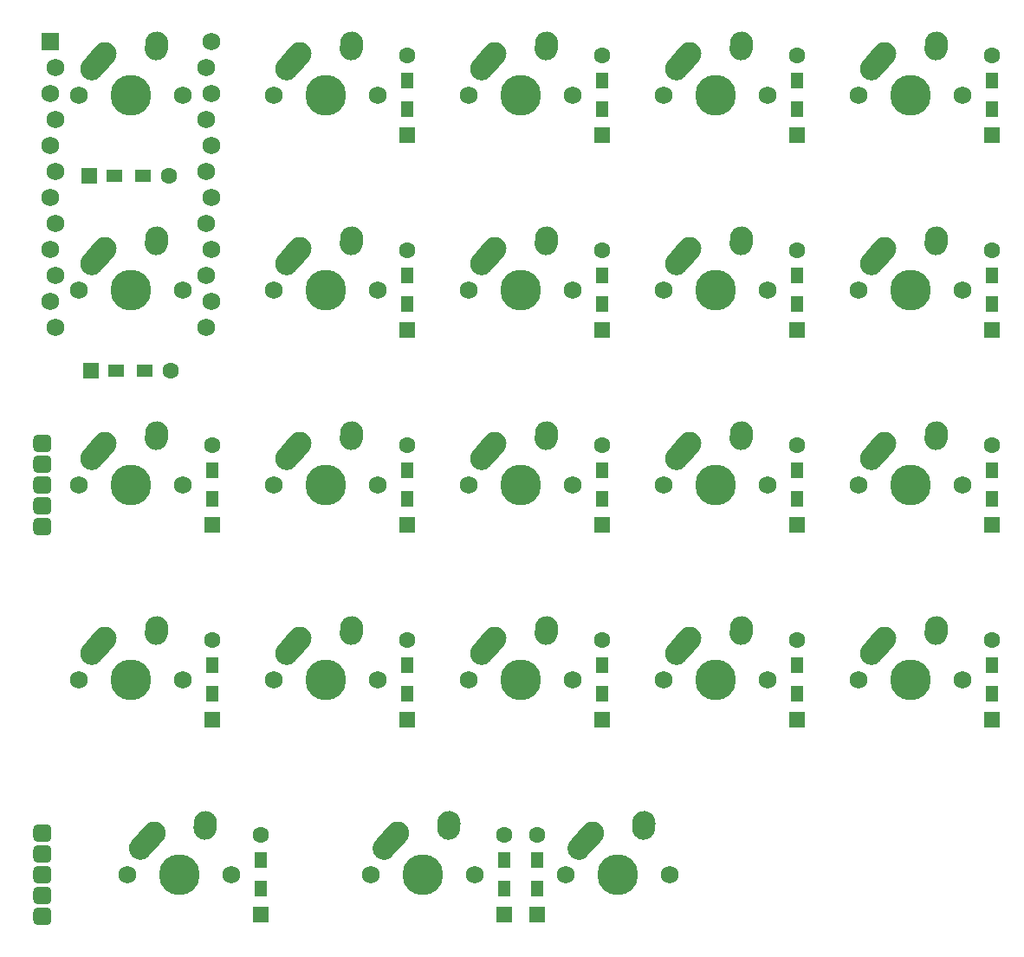
<source format=gbs>
%TF.GenerationSoftware,KiCad,Pcbnew,(5.1.12)-1*%
%TF.CreationDate,2022-01-07T17:35:06-05:00*%
%TF.ProjectId,center-gasket-2,63656e74-6572-42d6-9761-736b65742d32,rev?*%
%TF.SameCoordinates,Original*%
%TF.FileFunction,Soldermask,Bot*%
%TF.FilePolarity,Negative*%
%FSLAX46Y46*%
G04 Gerber Fmt 4.6, Leading zero omitted, Abs format (unit mm)*
G04 Created by KiCad (PCBNEW (5.1.12)-1) date 2022-01-07 17:35:06*
%MOMM*%
%LPD*%
G01*
G04 APERTURE LIST*
%ADD10C,2.250000*%
%ADD11C,3.987800*%
%ADD12C,1.750000*%
%ADD13C,1.752600*%
%ADD14R,1.752600X1.752600*%
%ADD15R,1.600000X1.600000*%
%ADD16C,1.600000*%
%ADD17R,1.200000X1.600000*%
%ADD18R,1.600000X1.200000*%
G04 APERTURE END LIST*
%TO.C,MX38*%
G36*
G01*
X90529733Y-113303645D02*
X90528847Y-113303584D01*
G75*
G02*
X89483916Y-112103847I77403J1122334D01*
G01*
X89523916Y-111523847D01*
G75*
G02*
X90723653Y-110478916I1122334J-77403D01*
G01*
X90723653Y-110478916D01*
G75*
G02*
X91768584Y-111678653I-77403J-1122334D01*
G01*
X91728584Y-112258653D01*
G75*
G02*
X90528847Y-113303584I-1122334J77403D01*
G01*
G37*
D10*
X90646250Y-111601250D03*
G36*
G01*
X83544938Y-114978600D02*
X83544933Y-114978595D01*
G75*
G02*
X83458905Y-113389933I751317J837345D01*
G01*
X84768907Y-111929933D01*
G75*
G02*
X86357569Y-111843905I837345J-751317D01*
G01*
X86357569Y-111843905D01*
G75*
G02*
X86443597Y-113432567I-751317J-837345D01*
G01*
X85133595Y-114892567D01*
G75*
G02*
X83544933Y-114978595I-837345J751317D01*
G01*
G37*
D11*
X88106250Y-116681250D03*
D10*
X85606250Y-112681250D03*
D12*
X83026250Y-116681250D03*
X93186250Y-116681250D03*
%TD*%
%TO.C,M2*%
G36*
G01*
X30968950Y-121215150D02*
X30968950Y-120338850D01*
G75*
G02*
X31407100Y-119900700I438150J0D01*
G01*
X32283400Y-119900700D01*
G75*
G02*
X32721550Y-120338850I0J-438150D01*
G01*
X32721550Y-121215150D01*
G75*
G02*
X32283400Y-121653300I-438150J0D01*
G01*
X31407100Y-121653300D01*
G75*
G02*
X30968950Y-121215150I0J438150D01*
G01*
G37*
G36*
G01*
X30968950Y-119183150D02*
X30968950Y-118306850D01*
G75*
G02*
X31407100Y-117868700I438150J0D01*
G01*
X32283400Y-117868700D01*
G75*
G02*
X32721550Y-118306850I0J-438150D01*
G01*
X32721550Y-119183150D01*
G75*
G02*
X32283400Y-119621300I-438150J0D01*
G01*
X31407100Y-119621300D01*
G75*
G02*
X30968950Y-119183150I0J438150D01*
G01*
G37*
G36*
G01*
X30968950Y-117151150D02*
X30968950Y-116274850D01*
G75*
G02*
X31407100Y-115836700I438150J0D01*
G01*
X32283400Y-115836700D01*
G75*
G02*
X32721550Y-116274850I0J-438150D01*
G01*
X32721550Y-117151150D01*
G75*
G02*
X32283400Y-117589300I-438150J0D01*
G01*
X31407100Y-117589300D01*
G75*
G02*
X30968950Y-117151150I0J438150D01*
G01*
G37*
G36*
G01*
X30968950Y-115119150D02*
X30968950Y-114242850D01*
G75*
G02*
X31407100Y-113804700I438150J0D01*
G01*
X32283400Y-113804700D01*
G75*
G02*
X32721550Y-114242850I0J-438150D01*
G01*
X32721550Y-115119150D01*
G75*
G02*
X32283400Y-115557300I-438150J0D01*
G01*
X31407100Y-115557300D01*
G75*
G02*
X30968950Y-115119150I0J438150D01*
G01*
G37*
G36*
G01*
X30968950Y-113087150D02*
X30968950Y-112210850D01*
G75*
G02*
X31407100Y-111772700I438150J0D01*
G01*
X32283400Y-111772700D01*
G75*
G02*
X32721550Y-112210850I0J-438150D01*
G01*
X32721550Y-113087150D01*
G75*
G02*
X32283400Y-113525300I-438150J0D01*
G01*
X31407100Y-113525300D01*
G75*
G02*
X30968950Y-113087150I0J438150D01*
G01*
G37*
%TD*%
%TO.C,M1*%
G36*
G01*
X30968950Y-74987150D02*
X30968950Y-74110850D01*
G75*
G02*
X31407100Y-73672700I438150J0D01*
G01*
X32283400Y-73672700D01*
G75*
G02*
X32721550Y-74110850I0J-438150D01*
G01*
X32721550Y-74987150D01*
G75*
G02*
X32283400Y-75425300I-438150J0D01*
G01*
X31407100Y-75425300D01*
G75*
G02*
X30968950Y-74987150I0J438150D01*
G01*
G37*
G36*
G01*
X30968950Y-77019150D02*
X30968950Y-76142850D01*
G75*
G02*
X31407100Y-75704700I438150J0D01*
G01*
X32283400Y-75704700D01*
G75*
G02*
X32721550Y-76142850I0J-438150D01*
G01*
X32721550Y-77019150D01*
G75*
G02*
X32283400Y-77457300I-438150J0D01*
G01*
X31407100Y-77457300D01*
G75*
G02*
X30968950Y-77019150I0J438150D01*
G01*
G37*
G36*
G01*
X30968950Y-79051150D02*
X30968950Y-78174850D01*
G75*
G02*
X31407100Y-77736700I438150J0D01*
G01*
X32283400Y-77736700D01*
G75*
G02*
X32721550Y-78174850I0J-438150D01*
G01*
X32721550Y-79051150D01*
G75*
G02*
X32283400Y-79489300I-438150J0D01*
G01*
X31407100Y-79489300D01*
G75*
G02*
X30968950Y-79051150I0J438150D01*
G01*
G37*
G36*
G01*
X30968950Y-81083150D02*
X30968950Y-80206850D01*
G75*
G02*
X31407100Y-79768700I438150J0D01*
G01*
X32283400Y-79768700D01*
G75*
G02*
X32721550Y-80206850I0J-438150D01*
G01*
X32721550Y-81083150D01*
G75*
G02*
X32283400Y-81521300I-438150J0D01*
G01*
X31407100Y-81521300D01*
G75*
G02*
X30968950Y-81083150I0J438150D01*
G01*
G37*
G36*
G01*
X30968950Y-83115150D02*
X30968950Y-82238850D01*
G75*
G02*
X31407100Y-81800700I438150J0D01*
G01*
X32283400Y-81800700D01*
G75*
G02*
X32721550Y-82238850I0J-438150D01*
G01*
X32721550Y-83115150D01*
G75*
G02*
X32283400Y-83553300I-438150J0D01*
G01*
X31407100Y-83553300D01*
G75*
G02*
X30968950Y-83115150I0J438150D01*
G01*
G37*
%TD*%
D13*
%TO.C,U1*%
X48329850Y-35242500D03*
X33089850Y-63182500D03*
X47872650Y-37782500D03*
X48329850Y-40322500D03*
X47872650Y-42862500D03*
X48329850Y-45402500D03*
X47872650Y-47942500D03*
X48329850Y-50482500D03*
X47872650Y-53022500D03*
X48329850Y-55562500D03*
X47872650Y-58102500D03*
X48329850Y-60642500D03*
X47872650Y-63182500D03*
X32632650Y-60642500D03*
X33089850Y-58102500D03*
X32632650Y-55562500D03*
X33089850Y-53022500D03*
X32632650Y-50482500D03*
X33089850Y-47942500D03*
X32632650Y-45402500D03*
X33089850Y-42862500D03*
X32632650Y-40322500D03*
X33089850Y-37782500D03*
D14*
X32632650Y-35242500D03*
%TD*%
%TO.C,MX25*%
G36*
G01*
X42904733Y-56153645D02*
X42903847Y-56153584D01*
G75*
G02*
X41858916Y-54953847I77403J1122334D01*
G01*
X41898916Y-54373847D01*
G75*
G02*
X43098653Y-53328916I1122334J-77403D01*
G01*
X43098653Y-53328916D01*
G75*
G02*
X44143584Y-54528653I-77403J-1122334D01*
G01*
X44103584Y-55108653D01*
G75*
G02*
X42903847Y-56153584I-1122334J77403D01*
G01*
G37*
D10*
X43021250Y-54451250D03*
G36*
G01*
X35919938Y-57828600D02*
X35919933Y-57828595D01*
G75*
G02*
X35833905Y-56239933I751317J837345D01*
G01*
X37143907Y-54779933D01*
G75*
G02*
X38732569Y-54693905I837345J-751317D01*
G01*
X38732569Y-54693905D01*
G75*
G02*
X38818597Y-56282567I-751317J-837345D01*
G01*
X37508595Y-57742567D01*
G75*
G02*
X35919933Y-57828595I-837345J751317D01*
G01*
G37*
D11*
X40481250Y-59531250D03*
D10*
X37981250Y-55531250D03*
D12*
X35401250Y-59531250D03*
X45561250Y-59531250D03*
%TD*%
%TO.C,MX28*%
G36*
G01*
X47667233Y-113303645D02*
X47666347Y-113303584D01*
G75*
G02*
X46621416Y-112103847I77403J1122334D01*
G01*
X46661416Y-111523847D01*
G75*
G02*
X47861153Y-110478916I1122334J-77403D01*
G01*
X47861153Y-110478916D01*
G75*
G02*
X48906084Y-111678653I-77403J-1122334D01*
G01*
X48866084Y-112258653D01*
G75*
G02*
X47666347Y-113303584I-1122334J77403D01*
G01*
G37*
D10*
X47783750Y-111601250D03*
G36*
G01*
X40682438Y-114978600D02*
X40682433Y-114978595D01*
G75*
G02*
X40596405Y-113389933I751317J837345D01*
G01*
X41906407Y-111929933D01*
G75*
G02*
X43495069Y-111843905I837345J-751317D01*
G01*
X43495069Y-111843905D01*
G75*
G02*
X43581097Y-113432567I-751317J-837345D01*
G01*
X42271095Y-114892567D01*
G75*
G02*
X40682433Y-114978595I-837345J751317D01*
G01*
G37*
D11*
X45243750Y-116681250D03*
D10*
X42743750Y-112681250D03*
D12*
X40163750Y-116681250D03*
X50323750Y-116681250D03*
%TD*%
%TO.C,MX46*%
G36*
G01*
X119104733Y-94253645D02*
X119103847Y-94253584D01*
G75*
G02*
X118058916Y-93053847I77403J1122334D01*
G01*
X118098916Y-92473847D01*
G75*
G02*
X119298653Y-91428916I1122334J-77403D01*
G01*
X119298653Y-91428916D01*
G75*
G02*
X120343584Y-92628653I-77403J-1122334D01*
G01*
X120303584Y-93208653D01*
G75*
G02*
X119103847Y-94253584I-1122334J77403D01*
G01*
G37*
D10*
X119221250Y-92551250D03*
G36*
G01*
X112119938Y-95928600D02*
X112119933Y-95928595D01*
G75*
G02*
X112033905Y-94339933I751317J837345D01*
G01*
X113343907Y-92879933D01*
G75*
G02*
X114932569Y-92793905I837345J-751317D01*
G01*
X114932569Y-92793905D01*
G75*
G02*
X115018597Y-94382567I-751317J-837345D01*
G01*
X113708595Y-95842567D01*
G75*
G02*
X112119933Y-95928595I-837345J751317D01*
G01*
G37*
D11*
X116681250Y-97631250D03*
D10*
X114181250Y-93631250D03*
D12*
X111601250Y-97631250D03*
X121761250Y-97631250D03*
%TD*%
%TO.C,MX45*%
G36*
G01*
X119104733Y-75203645D02*
X119103847Y-75203584D01*
G75*
G02*
X118058916Y-74003847I77403J1122334D01*
G01*
X118098916Y-73423847D01*
G75*
G02*
X119298653Y-72378916I1122334J-77403D01*
G01*
X119298653Y-72378916D01*
G75*
G02*
X120343584Y-73578653I-77403J-1122334D01*
G01*
X120303584Y-74158653D01*
G75*
G02*
X119103847Y-75203584I-1122334J77403D01*
G01*
G37*
D10*
X119221250Y-73501250D03*
G36*
G01*
X112119938Y-76878600D02*
X112119933Y-76878595D01*
G75*
G02*
X112033905Y-75289933I751317J837345D01*
G01*
X113343907Y-73829933D01*
G75*
G02*
X114932569Y-73743905I837345J-751317D01*
G01*
X114932569Y-73743905D01*
G75*
G02*
X115018597Y-75332567I-751317J-837345D01*
G01*
X113708595Y-76792567D01*
G75*
G02*
X112119933Y-76878595I-837345J751317D01*
G01*
G37*
D11*
X116681250Y-78581250D03*
D10*
X114181250Y-74581250D03*
D12*
X111601250Y-78581250D03*
X121761250Y-78581250D03*
%TD*%
%TO.C,MX44*%
G36*
G01*
X119104733Y-56153645D02*
X119103847Y-56153584D01*
G75*
G02*
X118058916Y-54953847I77403J1122334D01*
G01*
X118098916Y-54373847D01*
G75*
G02*
X119298653Y-53328916I1122334J-77403D01*
G01*
X119298653Y-53328916D01*
G75*
G02*
X120343584Y-54528653I-77403J-1122334D01*
G01*
X120303584Y-55108653D01*
G75*
G02*
X119103847Y-56153584I-1122334J77403D01*
G01*
G37*
D10*
X119221250Y-54451250D03*
G36*
G01*
X112119938Y-57828600D02*
X112119933Y-57828595D01*
G75*
G02*
X112033905Y-56239933I751317J837345D01*
G01*
X113343907Y-54779933D01*
G75*
G02*
X114932569Y-54693905I837345J-751317D01*
G01*
X114932569Y-54693905D01*
G75*
G02*
X115018597Y-56282567I-751317J-837345D01*
G01*
X113708595Y-57742567D01*
G75*
G02*
X112119933Y-57828595I-837345J751317D01*
G01*
G37*
D11*
X116681250Y-59531250D03*
D10*
X114181250Y-55531250D03*
D12*
X111601250Y-59531250D03*
X121761250Y-59531250D03*
%TD*%
%TO.C,MX43*%
G36*
G01*
X119104733Y-37103645D02*
X119103847Y-37103584D01*
G75*
G02*
X118058916Y-35903847I77403J1122334D01*
G01*
X118098916Y-35323847D01*
G75*
G02*
X119298653Y-34278916I1122334J-77403D01*
G01*
X119298653Y-34278916D01*
G75*
G02*
X120343584Y-35478653I-77403J-1122334D01*
G01*
X120303584Y-36058653D01*
G75*
G02*
X119103847Y-37103584I-1122334J77403D01*
G01*
G37*
D10*
X119221250Y-35401250D03*
G36*
G01*
X112119938Y-38778600D02*
X112119933Y-38778595D01*
G75*
G02*
X112033905Y-37189933I751317J837345D01*
G01*
X113343907Y-35729933D01*
G75*
G02*
X114932569Y-35643905I837345J-751317D01*
G01*
X114932569Y-35643905D01*
G75*
G02*
X115018597Y-37232567I-751317J-837345D01*
G01*
X113708595Y-38692567D01*
G75*
G02*
X112119933Y-38778595I-837345J751317D01*
G01*
G37*
D11*
X116681250Y-40481250D03*
D10*
X114181250Y-36481250D03*
D12*
X111601250Y-40481250D03*
X121761250Y-40481250D03*
%TD*%
%TO.C,MX42*%
G36*
G01*
X100054733Y-94253645D02*
X100053847Y-94253584D01*
G75*
G02*
X99008916Y-93053847I77403J1122334D01*
G01*
X99048916Y-92473847D01*
G75*
G02*
X100248653Y-91428916I1122334J-77403D01*
G01*
X100248653Y-91428916D01*
G75*
G02*
X101293584Y-92628653I-77403J-1122334D01*
G01*
X101253584Y-93208653D01*
G75*
G02*
X100053847Y-94253584I-1122334J77403D01*
G01*
G37*
D10*
X100171250Y-92551250D03*
G36*
G01*
X93069938Y-95928600D02*
X93069933Y-95928595D01*
G75*
G02*
X92983905Y-94339933I751317J837345D01*
G01*
X94293907Y-92879933D01*
G75*
G02*
X95882569Y-92793905I837345J-751317D01*
G01*
X95882569Y-92793905D01*
G75*
G02*
X95968597Y-94382567I-751317J-837345D01*
G01*
X94658595Y-95842567D01*
G75*
G02*
X93069933Y-95928595I-837345J751317D01*
G01*
G37*
D11*
X97631250Y-97631250D03*
D10*
X95131250Y-93631250D03*
D12*
X92551250Y-97631250D03*
X102711250Y-97631250D03*
%TD*%
%TO.C,MX41*%
G36*
G01*
X100054733Y-75203645D02*
X100053847Y-75203584D01*
G75*
G02*
X99008916Y-74003847I77403J1122334D01*
G01*
X99048916Y-73423847D01*
G75*
G02*
X100248653Y-72378916I1122334J-77403D01*
G01*
X100248653Y-72378916D01*
G75*
G02*
X101293584Y-73578653I-77403J-1122334D01*
G01*
X101253584Y-74158653D01*
G75*
G02*
X100053847Y-75203584I-1122334J77403D01*
G01*
G37*
D10*
X100171250Y-73501250D03*
G36*
G01*
X93069938Y-76878600D02*
X93069933Y-76878595D01*
G75*
G02*
X92983905Y-75289933I751317J837345D01*
G01*
X94293907Y-73829933D01*
G75*
G02*
X95882569Y-73743905I837345J-751317D01*
G01*
X95882569Y-73743905D01*
G75*
G02*
X95968597Y-75332567I-751317J-837345D01*
G01*
X94658595Y-76792567D01*
G75*
G02*
X93069933Y-76878595I-837345J751317D01*
G01*
G37*
D11*
X97631250Y-78581250D03*
D10*
X95131250Y-74581250D03*
D12*
X92551250Y-78581250D03*
X102711250Y-78581250D03*
%TD*%
%TO.C,MX40*%
G36*
G01*
X100054733Y-56153645D02*
X100053847Y-56153584D01*
G75*
G02*
X99008916Y-54953847I77403J1122334D01*
G01*
X99048916Y-54373847D01*
G75*
G02*
X100248653Y-53328916I1122334J-77403D01*
G01*
X100248653Y-53328916D01*
G75*
G02*
X101293584Y-54528653I-77403J-1122334D01*
G01*
X101253584Y-55108653D01*
G75*
G02*
X100053847Y-56153584I-1122334J77403D01*
G01*
G37*
D10*
X100171250Y-54451250D03*
G36*
G01*
X93069938Y-57828600D02*
X93069933Y-57828595D01*
G75*
G02*
X92983905Y-56239933I751317J837345D01*
G01*
X94293907Y-54779933D01*
G75*
G02*
X95882569Y-54693905I837345J-751317D01*
G01*
X95882569Y-54693905D01*
G75*
G02*
X95968597Y-56282567I-751317J-837345D01*
G01*
X94658595Y-57742567D01*
G75*
G02*
X93069933Y-57828595I-837345J751317D01*
G01*
G37*
D11*
X97631250Y-59531250D03*
D10*
X95131250Y-55531250D03*
D12*
X92551250Y-59531250D03*
X102711250Y-59531250D03*
%TD*%
%TO.C,MX39*%
G36*
G01*
X100054733Y-37103645D02*
X100053847Y-37103584D01*
G75*
G02*
X99008916Y-35903847I77403J1122334D01*
G01*
X99048916Y-35323847D01*
G75*
G02*
X100248653Y-34278916I1122334J-77403D01*
G01*
X100248653Y-34278916D01*
G75*
G02*
X101293584Y-35478653I-77403J-1122334D01*
G01*
X101253584Y-36058653D01*
G75*
G02*
X100053847Y-37103584I-1122334J77403D01*
G01*
G37*
D10*
X100171250Y-35401250D03*
G36*
G01*
X93069938Y-38778600D02*
X93069933Y-38778595D01*
G75*
G02*
X92983905Y-37189933I751317J837345D01*
G01*
X94293907Y-35729933D01*
G75*
G02*
X95882569Y-35643905I837345J-751317D01*
G01*
X95882569Y-35643905D01*
G75*
G02*
X95968597Y-37232567I-751317J-837345D01*
G01*
X94658595Y-38692567D01*
G75*
G02*
X93069933Y-38778595I-837345J751317D01*
G01*
G37*
D11*
X97631250Y-40481250D03*
D10*
X95131250Y-36481250D03*
D12*
X92551250Y-40481250D03*
X102711250Y-40481250D03*
%TD*%
%TO.C,MX37*%
G36*
G01*
X81004733Y-94253645D02*
X81003847Y-94253584D01*
G75*
G02*
X79958916Y-93053847I77403J1122334D01*
G01*
X79998916Y-92473847D01*
G75*
G02*
X81198653Y-91428916I1122334J-77403D01*
G01*
X81198653Y-91428916D01*
G75*
G02*
X82243584Y-92628653I-77403J-1122334D01*
G01*
X82203584Y-93208653D01*
G75*
G02*
X81003847Y-94253584I-1122334J77403D01*
G01*
G37*
D10*
X81121250Y-92551250D03*
G36*
G01*
X74019938Y-95928600D02*
X74019933Y-95928595D01*
G75*
G02*
X73933905Y-94339933I751317J837345D01*
G01*
X75243907Y-92879933D01*
G75*
G02*
X76832569Y-92793905I837345J-751317D01*
G01*
X76832569Y-92793905D01*
G75*
G02*
X76918597Y-94382567I-751317J-837345D01*
G01*
X75608595Y-95842567D01*
G75*
G02*
X74019933Y-95928595I-837345J751317D01*
G01*
G37*
D11*
X78581250Y-97631250D03*
D10*
X76081250Y-93631250D03*
D12*
X73501250Y-97631250D03*
X83661250Y-97631250D03*
%TD*%
%TO.C,MX36*%
G36*
G01*
X81004733Y-75203645D02*
X81003847Y-75203584D01*
G75*
G02*
X79958916Y-74003847I77403J1122334D01*
G01*
X79998916Y-73423847D01*
G75*
G02*
X81198653Y-72378916I1122334J-77403D01*
G01*
X81198653Y-72378916D01*
G75*
G02*
X82243584Y-73578653I-77403J-1122334D01*
G01*
X82203584Y-74158653D01*
G75*
G02*
X81003847Y-75203584I-1122334J77403D01*
G01*
G37*
D10*
X81121250Y-73501250D03*
G36*
G01*
X74019938Y-76878600D02*
X74019933Y-76878595D01*
G75*
G02*
X73933905Y-75289933I751317J837345D01*
G01*
X75243907Y-73829933D01*
G75*
G02*
X76832569Y-73743905I837345J-751317D01*
G01*
X76832569Y-73743905D01*
G75*
G02*
X76918597Y-75332567I-751317J-837345D01*
G01*
X75608595Y-76792567D01*
G75*
G02*
X74019933Y-76878595I-837345J751317D01*
G01*
G37*
D11*
X78581250Y-78581250D03*
D10*
X76081250Y-74581250D03*
D12*
X73501250Y-78581250D03*
X83661250Y-78581250D03*
%TD*%
%TO.C,MX35*%
G36*
G01*
X81004733Y-56153645D02*
X81003847Y-56153584D01*
G75*
G02*
X79958916Y-54953847I77403J1122334D01*
G01*
X79998916Y-54373847D01*
G75*
G02*
X81198653Y-53328916I1122334J-77403D01*
G01*
X81198653Y-53328916D01*
G75*
G02*
X82243584Y-54528653I-77403J-1122334D01*
G01*
X82203584Y-55108653D01*
G75*
G02*
X81003847Y-56153584I-1122334J77403D01*
G01*
G37*
D10*
X81121250Y-54451250D03*
G36*
G01*
X74019938Y-57828600D02*
X74019933Y-57828595D01*
G75*
G02*
X73933905Y-56239933I751317J837345D01*
G01*
X75243907Y-54779933D01*
G75*
G02*
X76832569Y-54693905I837345J-751317D01*
G01*
X76832569Y-54693905D01*
G75*
G02*
X76918597Y-56282567I-751317J-837345D01*
G01*
X75608595Y-57742567D01*
G75*
G02*
X74019933Y-57828595I-837345J751317D01*
G01*
G37*
D11*
X78581250Y-59531250D03*
D10*
X76081250Y-55531250D03*
D12*
X73501250Y-59531250D03*
X83661250Y-59531250D03*
%TD*%
%TO.C,MX34*%
G36*
G01*
X81004733Y-37103645D02*
X81003847Y-37103584D01*
G75*
G02*
X79958916Y-35903847I77403J1122334D01*
G01*
X79998916Y-35323847D01*
G75*
G02*
X81198653Y-34278916I1122334J-77403D01*
G01*
X81198653Y-34278916D01*
G75*
G02*
X82243584Y-35478653I-77403J-1122334D01*
G01*
X82203584Y-36058653D01*
G75*
G02*
X81003847Y-37103584I-1122334J77403D01*
G01*
G37*
D10*
X81121250Y-35401250D03*
G36*
G01*
X74019938Y-38778600D02*
X74019933Y-38778595D01*
G75*
G02*
X73933905Y-37189933I751317J837345D01*
G01*
X75243907Y-35729933D01*
G75*
G02*
X76832569Y-35643905I837345J-751317D01*
G01*
X76832569Y-35643905D01*
G75*
G02*
X76918597Y-37232567I-751317J-837345D01*
G01*
X75608595Y-38692567D01*
G75*
G02*
X74019933Y-38778595I-837345J751317D01*
G01*
G37*
D11*
X78581250Y-40481250D03*
D10*
X76081250Y-36481250D03*
D12*
X73501250Y-40481250D03*
X83661250Y-40481250D03*
%TD*%
%TO.C,MX33*%
G36*
G01*
X71479733Y-113303645D02*
X71478847Y-113303584D01*
G75*
G02*
X70433916Y-112103847I77403J1122334D01*
G01*
X70473916Y-111523847D01*
G75*
G02*
X71673653Y-110478916I1122334J-77403D01*
G01*
X71673653Y-110478916D01*
G75*
G02*
X72718584Y-111678653I-77403J-1122334D01*
G01*
X72678584Y-112258653D01*
G75*
G02*
X71478847Y-113303584I-1122334J77403D01*
G01*
G37*
D10*
X71596250Y-111601250D03*
G36*
G01*
X64494938Y-114978600D02*
X64494933Y-114978595D01*
G75*
G02*
X64408905Y-113389933I751317J837345D01*
G01*
X65718907Y-111929933D01*
G75*
G02*
X67307569Y-111843905I837345J-751317D01*
G01*
X67307569Y-111843905D01*
G75*
G02*
X67393597Y-113432567I-751317J-837345D01*
G01*
X66083595Y-114892567D01*
G75*
G02*
X64494933Y-114978595I-837345J751317D01*
G01*
G37*
D11*
X69056250Y-116681250D03*
D10*
X66556250Y-112681250D03*
D12*
X63976250Y-116681250D03*
X74136250Y-116681250D03*
%TD*%
%TO.C,MX32*%
G36*
G01*
X61954733Y-94253645D02*
X61953847Y-94253584D01*
G75*
G02*
X60908916Y-93053847I77403J1122334D01*
G01*
X60948916Y-92473847D01*
G75*
G02*
X62148653Y-91428916I1122334J-77403D01*
G01*
X62148653Y-91428916D01*
G75*
G02*
X63193584Y-92628653I-77403J-1122334D01*
G01*
X63153584Y-93208653D01*
G75*
G02*
X61953847Y-94253584I-1122334J77403D01*
G01*
G37*
D10*
X62071250Y-92551250D03*
G36*
G01*
X54969938Y-95928600D02*
X54969933Y-95928595D01*
G75*
G02*
X54883905Y-94339933I751317J837345D01*
G01*
X56193907Y-92879933D01*
G75*
G02*
X57782569Y-92793905I837345J-751317D01*
G01*
X57782569Y-92793905D01*
G75*
G02*
X57868597Y-94382567I-751317J-837345D01*
G01*
X56558595Y-95842567D01*
G75*
G02*
X54969933Y-95928595I-837345J751317D01*
G01*
G37*
D11*
X59531250Y-97631250D03*
D10*
X57031250Y-93631250D03*
D12*
X54451250Y-97631250D03*
X64611250Y-97631250D03*
%TD*%
%TO.C,MX31*%
G36*
G01*
X61954733Y-75203645D02*
X61953847Y-75203584D01*
G75*
G02*
X60908916Y-74003847I77403J1122334D01*
G01*
X60948916Y-73423847D01*
G75*
G02*
X62148653Y-72378916I1122334J-77403D01*
G01*
X62148653Y-72378916D01*
G75*
G02*
X63193584Y-73578653I-77403J-1122334D01*
G01*
X63153584Y-74158653D01*
G75*
G02*
X61953847Y-75203584I-1122334J77403D01*
G01*
G37*
D10*
X62071250Y-73501250D03*
G36*
G01*
X54969938Y-76878600D02*
X54969933Y-76878595D01*
G75*
G02*
X54883905Y-75289933I751317J837345D01*
G01*
X56193907Y-73829933D01*
G75*
G02*
X57782569Y-73743905I837345J-751317D01*
G01*
X57782569Y-73743905D01*
G75*
G02*
X57868597Y-75332567I-751317J-837345D01*
G01*
X56558595Y-76792567D01*
G75*
G02*
X54969933Y-76878595I-837345J751317D01*
G01*
G37*
D11*
X59531250Y-78581250D03*
D10*
X57031250Y-74581250D03*
D12*
X54451250Y-78581250D03*
X64611250Y-78581250D03*
%TD*%
%TO.C,MX30*%
G36*
G01*
X61954733Y-56153645D02*
X61953847Y-56153584D01*
G75*
G02*
X60908916Y-54953847I77403J1122334D01*
G01*
X60948916Y-54373847D01*
G75*
G02*
X62148653Y-53328916I1122334J-77403D01*
G01*
X62148653Y-53328916D01*
G75*
G02*
X63193584Y-54528653I-77403J-1122334D01*
G01*
X63153584Y-55108653D01*
G75*
G02*
X61953847Y-56153584I-1122334J77403D01*
G01*
G37*
D10*
X62071250Y-54451250D03*
G36*
G01*
X54969938Y-57828600D02*
X54969933Y-57828595D01*
G75*
G02*
X54883905Y-56239933I751317J837345D01*
G01*
X56193907Y-54779933D01*
G75*
G02*
X57782569Y-54693905I837345J-751317D01*
G01*
X57782569Y-54693905D01*
G75*
G02*
X57868597Y-56282567I-751317J-837345D01*
G01*
X56558595Y-57742567D01*
G75*
G02*
X54969933Y-57828595I-837345J751317D01*
G01*
G37*
D11*
X59531250Y-59531250D03*
D10*
X57031250Y-55531250D03*
D12*
X54451250Y-59531250D03*
X64611250Y-59531250D03*
%TD*%
%TO.C,MX29*%
G36*
G01*
X61954733Y-37103645D02*
X61953847Y-37103584D01*
G75*
G02*
X60908916Y-35903847I77403J1122334D01*
G01*
X60948916Y-35323847D01*
G75*
G02*
X62148653Y-34278916I1122334J-77403D01*
G01*
X62148653Y-34278916D01*
G75*
G02*
X63193584Y-35478653I-77403J-1122334D01*
G01*
X63153584Y-36058653D01*
G75*
G02*
X61953847Y-37103584I-1122334J77403D01*
G01*
G37*
D10*
X62071250Y-35401250D03*
G36*
G01*
X54969938Y-38778600D02*
X54969933Y-38778595D01*
G75*
G02*
X54883905Y-37189933I751317J837345D01*
G01*
X56193907Y-35729933D01*
G75*
G02*
X57782569Y-35643905I837345J-751317D01*
G01*
X57782569Y-35643905D01*
G75*
G02*
X57868597Y-37232567I-751317J-837345D01*
G01*
X56558595Y-38692567D01*
G75*
G02*
X54969933Y-38778595I-837345J751317D01*
G01*
G37*
D11*
X59531250Y-40481250D03*
D10*
X57031250Y-36481250D03*
D12*
X54451250Y-40481250D03*
X64611250Y-40481250D03*
%TD*%
%TO.C,MX27*%
G36*
G01*
X42904733Y-94253645D02*
X42903847Y-94253584D01*
G75*
G02*
X41858916Y-93053847I77403J1122334D01*
G01*
X41898916Y-92473847D01*
G75*
G02*
X43098653Y-91428916I1122334J-77403D01*
G01*
X43098653Y-91428916D01*
G75*
G02*
X44143584Y-92628653I-77403J-1122334D01*
G01*
X44103584Y-93208653D01*
G75*
G02*
X42903847Y-94253584I-1122334J77403D01*
G01*
G37*
D10*
X43021250Y-92551250D03*
G36*
G01*
X35919938Y-95928600D02*
X35919933Y-95928595D01*
G75*
G02*
X35833905Y-94339933I751317J837345D01*
G01*
X37143907Y-92879933D01*
G75*
G02*
X38732569Y-92793905I837345J-751317D01*
G01*
X38732569Y-92793905D01*
G75*
G02*
X38818597Y-94382567I-751317J-837345D01*
G01*
X37508595Y-95842567D01*
G75*
G02*
X35919933Y-95928595I-837345J751317D01*
G01*
G37*
D11*
X40481250Y-97631250D03*
D10*
X37981250Y-93631250D03*
D12*
X35401250Y-97631250D03*
X45561250Y-97631250D03*
%TD*%
%TO.C,MX26*%
G36*
G01*
X42904733Y-75203645D02*
X42903847Y-75203584D01*
G75*
G02*
X41858916Y-74003847I77403J1122334D01*
G01*
X41898916Y-73423847D01*
G75*
G02*
X43098653Y-72378916I1122334J-77403D01*
G01*
X43098653Y-72378916D01*
G75*
G02*
X44143584Y-73578653I-77403J-1122334D01*
G01*
X44103584Y-74158653D01*
G75*
G02*
X42903847Y-75203584I-1122334J77403D01*
G01*
G37*
D10*
X43021250Y-73501250D03*
G36*
G01*
X35919938Y-76878600D02*
X35919933Y-76878595D01*
G75*
G02*
X35833905Y-75289933I751317J837345D01*
G01*
X37143907Y-73829933D01*
G75*
G02*
X38732569Y-73743905I837345J-751317D01*
G01*
X38732569Y-73743905D01*
G75*
G02*
X38818597Y-75332567I-751317J-837345D01*
G01*
X37508595Y-76792567D01*
G75*
G02*
X35919933Y-76878595I-837345J751317D01*
G01*
G37*
D11*
X40481250Y-78581250D03*
D10*
X37981250Y-74581250D03*
D12*
X35401250Y-78581250D03*
X45561250Y-78581250D03*
%TD*%
%TO.C,MX24*%
G36*
G01*
X42904733Y-37103645D02*
X42903847Y-37103584D01*
G75*
G02*
X41858916Y-35903847I77403J1122334D01*
G01*
X41898916Y-35323847D01*
G75*
G02*
X43098653Y-34278916I1122334J-77403D01*
G01*
X43098653Y-34278916D01*
G75*
G02*
X44143584Y-35478653I-77403J-1122334D01*
G01*
X44103584Y-36058653D01*
G75*
G02*
X42903847Y-37103584I-1122334J77403D01*
G01*
G37*
D10*
X43021250Y-35401250D03*
G36*
G01*
X35919938Y-38778600D02*
X35919933Y-38778595D01*
G75*
G02*
X35833905Y-37189933I751317J837345D01*
G01*
X37143907Y-35729933D01*
G75*
G02*
X38732569Y-35643905I837345J-751317D01*
G01*
X38732569Y-35643905D01*
G75*
G02*
X38818597Y-37232567I-751317J-837345D01*
G01*
X37508595Y-38692567D01*
G75*
G02*
X35919933Y-38778595I-837345J751317D01*
G01*
G37*
D11*
X40481250Y-40481250D03*
D10*
X37981250Y-36481250D03*
D12*
X35401250Y-40481250D03*
X45561250Y-40481250D03*
%TD*%
D15*
%TO.C,D46*%
X124618750Y-101531250D03*
D16*
X124618750Y-93731250D03*
D17*
X124618750Y-99031250D03*
X124618750Y-96231250D03*
%TD*%
D15*
%TO.C,D45*%
X124618750Y-82481250D03*
D16*
X124618750Y-74681250D03*
D17*
X124618750Y-79981250D03*
X124618750Y-77181250D03*
%TD*%
D15*
%TO.C,D44*%
X124618750Y-63431250D03*
D16*
X124618750Y-55631250D03*
D17*
X124618750Y-60931250D03*
X124618750Y-58131250D03*
%TD*%
D15*
%TO.C,D43*%
X124618750Y-44381250D03*
D16*
X124618750Y-36581250D03*
D17*
X124618750Y-41881250D03*
X124618750Y-39081250D03*
%TD*%
D15*
%TO.C,D42*%
X105568750Y-101528250D03*
D16*
X105568750Y-93728250D03*
D17*
X105568750Y-99028250D03*
X105568750Y-96228250D03*
%TD*%
D15*
%TO.C,D41*%
X105568750Y-82481250D03*
D16*
X105568750Y-74681250D03*
D17*
X105568750Y-79981250D03*
X105568750Y-77181250D03*
%TD*%
D15*
%TO.C,D40*%
X105568750Y-63431250D03*
D16*
X105568750Y-55631250D03*
D17*
X105568750Y-60931250D03*
X105568750Y-58131250D03*
%TD*%
D15*
%TO.C,D39*%
X105568750Y-44381250D03*
D16*
X105568750Y-36581250D03*
D17*
X105568750Y-41881250D03*
X105568750Y-39081250D03*
%TD*%
D15*
%TO.C,D38*%
X80168750Y-120581250D03*
D16*
X80168750Y-112781250D03*
D17*
X80168750Y-118081250D03*
X80168750Y-115281250D03*
%TD*%
D15*
%TO.C,D37*%
X86518750Y-101531250D03*
D16*
X86518750Y-93731250D03*
D17*
X86518750Y-99031250D03*
X86518750Y-96231250D03*
%TD*%
D15*
%TO.C,D36*%
X86518750Y-82481250D03*
D16*
X86518750Y-74681250D03*
D17*
X86518750Y-79981250D03*
X86518750Y-77181250D03*
%TD*%
D15*
%TO.C,D35*%
X86518750Y-63431250D03*
D16*
X86518750Y-55631250D03*
D17*
X86518750Y-60931250D03*
X86518750Y-58131250D03*
%TD*%
D15*
%TO.C,D34*%
X86518750Y-44381250D03*
D16*
X86518750Y-36581250D03*
D17*
X86518750Y-41881250D03*
X86518750Y-39081250D03*
%TD*%
D15*
%TO.C,D33*%
X76993750Y-120581250D03*
D16*
X76993750Y-112781250D03*
D17*
X76993750Y-118081250D03*
X76993750Y-115281250D03*
%TD*%
D15*
%TO.C,D32*%
X67468750Y-101531250D03*
D16*
X67468750Y-93731250D03*
D17*
X67468750Y-99031250D03*
X67468750Y-96231250D03*
%TD*%
D15*
%TO.C,D31*%
X67468750Y-82481250D03*
D16*
X67468750Y-74681250D03*
D17*
X67468750Y-79981250D03*
X67468750Y-77181250D03*
%TD*%
D15*
%TO.C,D30*%
X67468750Y-63431250D03*
D16*
X67468750Y-55631250D03*
D17*
X67468750Y-60931250D03*
X67468750Y-58131250D03*
%TD*%
D15*
%TO.C,D29*%
X67468750Y-44381250D03*
D16*
X67468750Y-36581250D03*
D17*
X67468750Y-41881250D03*
X67468750Y-39081250D03*
%TD*%
D15*
%TO.C,D28*%
X53181250Y-120581250D03*
D16*
X53181250Y-112781250D03*
D17*
X53181250Y-118081250D03*
X53181250Y-115281250D03*
%TD*%
D15*
%TO.C,D27*%
X48418750Y-101531250D03*
D16*
X48418750Y-93731250D03*
D17*
X48418750Y-99031250D03*
X48418750Y-96231250D03*
%TD*%
D15*
%TO.C,D26*%
X48418750Y-82481250D03*
D16*
X48418750Y-74681250D03*
D17*
X48418750Y-79981250D03*
X48418750Y-77181250D03*
%TD*%
D15*
%TO.C,D25*%
X36581250Y-67468750D03*
D16*
X44381250Y-67468750D03*
D18*
X39081250Y-67468750D03*
X41881250Y-67468750D03*
%TD*%
D15*
%TO.C,D24*%
X36393750Y-48418750D03*
D16*
X44193750Y-48418750D03*
D18*
X38893750Y-48418750D03*
X41693750Y-48418750D03*
%TD*%
M02*

</source>
